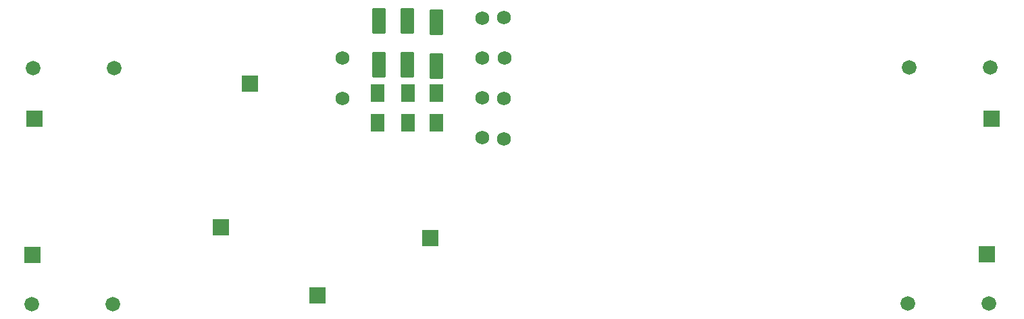
<source format=gbs>
%TF.GenerationSoftware,KiCad,Pcbnew,9.0.5*%
%TF.CreationDate,2025-10-18T17:09:32-07:00*%
%TF.ProjectId,Flyback_CCM_Converter,466c7962-6163-46b5-9f43-434d5f436f6e,rev?*%
%TF.SameCoordinates,Original*%
%TF.FileFunction,Soldermask,Bot*%
%TF.FilePolarity,Negative*%
%FSLAX46Y46*%
G04 Gerber Fmt 4.6, Leading zero omitted, Abs format (unit mm)*
G04 Created by KiCad (PCBNEW 9.0.5) date 2025-10-18 17:09:32*
%MOMM*%
%LPD*%
G01*
G04 APERTURE LIST*
G04 Aperture macros list*
%AMRoundRect*
0 Rectangle with rounded corners*
0 $1 Rounding radius*
0 $2 $3 $4 $5 $6 $7 $8 $9 X,Y pos of 4 corners*
0 Add a 4 corners polygon primitive as box body*
4,1,4,$2,$3,$4,$5,$6,$7,$8,$9,$2,$3,0*
0 Add four circle primitives for the rounded corners*
1,1,$1+$1,$2,$3*
1,1,$1+$1,$4,$5*
1,1,$1+$1,$6,$7*
1,1,$1+$1,$8,$9*
0 Add four rect primitives between the rounded corners*
20,1,$1+$1,$2,$3,$4,$5,0*
20,1,$1+$1,$4,$5,$6,$7,0*
20,1,$1+$1,$6,$7,$8,$9,0*
20,1,$1+$1,$8,$9,$2,$3,0*%
G04 Aperture macros list end*
%ADD10C,1.828800*%
%ADD11C,1.750000*%
%ADD12R,2.000000X2.000000*%
%ADD13R,1.651000X2.184400*%
%ADD14RoundRect,0.250000X0.600000X-1.400000X0.600000X1.400000X-0.600000X1.400000X-0.600000X-1.400000X0*%
G04 APERTURE END LIST*
D10*
%TO.C,+12V*%
X107043900Y-101885700D03*
X117203900Y-101885700D03*
%TD*%
%TO.C,+5V*%
X227000000Y-101800000D03*
X216840000Y-101800000D03*
%TD*%
D11*
%TO.C,T1*%
X145800000Y-100600000D03*
X145800000Y-105680000D03*
X163300000Y-105600000D03*
X166040000Y-105670000D03*
X163300000Y-100600000D03*
X166090000Y-100580000D03*
X163300000Y-110600000D03*
X166070000Y-110730000D03*
X163300000Y-95600000D03*
X166070000Y-95500000D03*
%TD*%
D12*
%TO.C,TP3*%
X227200000Y-108200000D03*
%TD*%
%TO.C,TP1*%
X107200000Y-108200000D03*
%TD*%
%TO.C,TP4*%
X226600000Y-125200000D03*
%TD*%
%TO.C,TP2*%
X106962500Y-125285700D03*
%TD*%
D10*
%TO.C,GND*%
X216640000Y-131400000D03*
X226800000Y-131400000D03*
%TD*%
%TO.C,GND*%
X117003900Y-131485700D03*
X106843900Y-131485700D03*
%TD*%
D12*
%TO.C,TP7*%
X156800000Y-123200000D03*
%TD*%
%TO.C,TP6*%
X142637500Y-130400000D03*
%TD*%
D13*
%TO.C,CR4*%
X150200000Y-108708400D03*
X150200000Y-105000000D03*
%TD*%
%TO.C,CR3*%
X154000000Y-105000000D03*
X154000000Y-108708400D03*
%TD*%
D14*
%TO.C,D3*%
X150340000Y-101426600D03*
X150340000Y-95926600D03*
%TD*%
D12*
%TO.C,TP8*%
X134200000Y-103800000D03*
%TD*%
D14*
%TO.C,D2*%
X153940000Y-101426600D03*
X153940000Y-95926600D03*
%TD*%
%TO.C,D1*%
X157540000Y-101595000D03*
X157540000Y-96095000D03*
%TD*%
D13*
%TO.C,CR2*%
X157600000Y-105000000D03*
X157600000Y-108708400D03*
%TD*%
D12*
%TO.C,TP5*%
X130600000Y-121800000D03*
%TD*%
M02*

</source>
